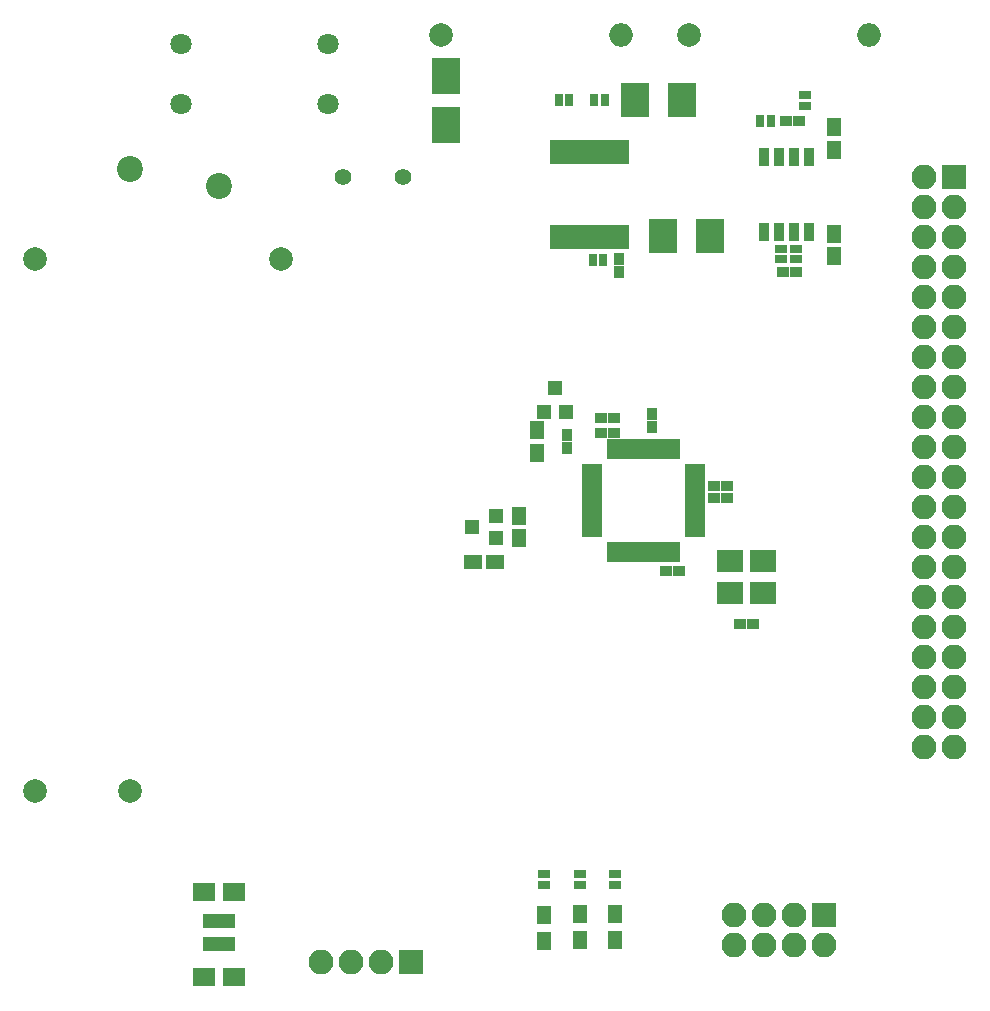
<source format=gbr>
G04 #@! TF.FileFunction,Soldermask,Top*
%FSLAX46Y46*%
G04 Gerber Fmt 4.6, Leading zero omitted, Abs format (unit mm)*
G04 Created by KiCad (PCBNEW 4.0.7) date Wed May 16 13:21:29 2018*
%MOMM*%
%LPD*%
G01*
G04 APERTURE LIST*
%ADD10C,0.100000*%
%ADD11C,2.200000*%
%ADD12R,2.200000X1.940000*%
%ADD13R,0.850000X2.150000*%
%ADD14R,1.150000X1.600000*%
%ADD15R,1.000000X0.900000*%
%ADD16R,2.400000X2.900000*%
%ADD17R,1.900000X1.650000*%
%ADD18R,0.900000X1.000000*%
%ADD19R,1.300000X1.600000*%
%ADD20R,2.430000X3.050000*%
%ADD21C,1.400000*%
%ADD22C,1.800000*%
%ADD23R,2.100000X2.100000*%
%ADD24O,2.100000X2.100000*%
%ADD25R,2.700000X1.250000*%
%ADD26R,1.000000X0.800000*%
%ADD27R,0.800000X1.000000*%
%ADD28R,0.908000X1.543000*%
%ADD29R,1.200000X1.300000*%
%ADD30R,1.700000X0.650000*%
%ADD31R,0.650000X1.700000*%
%ADD32C,2.000000*%
%ADD33O,2.000000X2.000000*%
%ADD34R,1.600000X1.150000*%
%ADD35R,1.300000X1.200000*%
G04 APERTURE END LIST*
D10*
D11*
X115750000Y-89250000D03*
X108250000Y-87850000D03*
D12*
X161820000Y-123730000D03*
X161820000Y-121050000D03*
X159020000Y-121050000D03*
X159020000Y-123730000D03*
D13*
X144155000Y-93610000D03*
X144805000Y-93610000D03*
X145455000Y-93610000D03*
X146105000Y-93610000D03*
X146755000Y-93610000D03*
X147405000Y-93610000D03*
X148055000Y-93610000D03*
X148705000Y-93610000D03*
X149355000Y-93610000D03*
X150005000Y-93610000D03*
X150005000Y-86410000D03*
X149355000Y-86410000D03*
X148705000Y-86410000D03*
X148055000Y-86410000D03*
X147405000Y-86410000D03*
X146755000Y-86410000D03*
X146105000Y-86410000D03*
X145455000Y-86410000D03*
X144805000Y-86410000D03*
X144155000Y-86410000D03*
D14*
X167830000Y-86210000D03*
X167830000Y-84310000D03*
D15*
X164880000Y-83760000D03*
X163780000Y-83760000D03*
D16*
X150954000Y-81944000D03*
X154954000Y-81944000D03*
D17*
X114500000Y-149000000D03*
X117000000Y-149000000D03*
D14*
X167830000Y-93310000D03*
X167830000Y-95210000D03*
D18*
X149580000Y-95460000D03*
X149580000Y-96560000D03*
D17*
X114500000Y-156250000D03*
X117000000Y-156250000D03*
D15*
X164630000Y-96510000D03*
X163530000Y-96510000D03*
D16*
X153330000Y-93510000D03*
X157330000Y-93510000D03*
D14*
X142670000Y-109940000D03*
X142670000Y-111840000D03*
D18*
X145170000Y-110340000D03*
X145170000Y-111440000D03*
D15*
X159870000Y-126390000D03*
X160970000Y-126390000D03*
X154720000Y-121890000D03*
X153620000Y-121890000D03*
D18*
X152420000Y-109690000D03*
X152420000Y-108590000D03*
D15*
X157620000Y-114640000D03*
X158720000Y-114640000D03*
X148120000Y-108890000D03*
X149220000Y-108890000D03*
X148120000Y-110140000D03*
X149220000Y-110140000D03*
X157620000Y-115640000D03*
X158720000Y-115640000D03*
D19*
X143300000Y-153200000D03*
X143300000Y-151000000D03*
X149300000Y-153100000D03*
X149300000Y-150900000D03*
X146300000Y-153100000D03*
X146300000Y-150900000D03*
D20*
X135000000Y-79910000D03*
X135000000Y-84090000D03*
D21*
X131290000Y-88500000D03*
X126210000Y-88500000D03*
D22*
X125000000Y-82290000D03*
X125000000Y-77210000D03*
X112500000Y-82290000D03*
X112500000Y-77210000D03*
D23*
X132000000Y-155000000D03*
D24*
X129460000Y-155000000D03*
X126920000Y-155000000D03*
X124380000Y-155000000D03*
D25*
X115750000Y-151525000D03*
X115750000Y-153475000D03*
D26*
X165330000Y-82460000D03*
X165330000Y-81560000D03*
D27*
X162450000Y-83750000D03*
X161550000Y-83750000D03*
X148404000Y-81944000D03*
X147504000Y-81944000D03*
X145404000Y-81944000D03*
X144504000Y-81944000D03*
X148280000Y-95510000D03*
X147380000Y-95510000D03*
D26*
X164580000Y-95460000D03*
X164580000Y-94560000D03*
X163330000Y-95460000D03*
X163330000Y-94560000D03*
X143300000Y-148450000D03*
X143300000Y-147550000D03*
X149300000Y-148450000D03*
X149300000Y-147550000D03*
X146300000Y-148450000D03*
X146300000Y-147550000D03*
D28*
X165735000Y-93185000D03*
X164465000Y-93185000D03*
X163195000Y-93185000D03*
X161925000Y-93185000D03*
X161925000Y-86835000D03*
X163195000Y-86835000D03*
X164465000Y-86835000D03*
X165735000Y-86835000D03*
D29*
X143220000Y-108390000D03*
X145120000Y-108390000D03*
X144170000Y-106390000D03*
D30*
X156020000Y-118640000D03*
X156020000Y-118140000D03*
X156020000Y-117640000D03*
X156020000Y-117140000D03*
X156020000Y-116640000D03*
X156020000Y-116140000D03*
X156020000Y-115640000D03*
X156020000Y-115140000D03*
X156020000Y-114640000D03*
X156020000Y-114140000D03*
X156020000Y-113640000D03*
X156020000Y-113140000D03*
D31*
X154420000Y-111540000D03*
X153920000Y-111540000D03*
X153420000Y-111540000D03*
X152920000Y-111540000D03*
X152420000Y-111540000D03*
X151920000Y-111540000D03*
X151420000Y-111540000D03*
X150920000Y-111540000D03*
X150420000Y-111540000D03*
X149920000Y-111540000D03*
X149420000Y-111540000D03*
X148920000Y-111540000D03*
D30*
X147320000Y-113140000D03*
X147320000Y-113640000D03*
X147320000Y-114140000D03*
X147320000Y-114640000D03*
X147320000Y-115140000D03*
X147320000Y-115640000D03*
X147320000Y-116140000D03*
X147320000Y-116640000D03*
X147320000Y-117140000D03*
X147320000Y-117640000D03*
X147320000Y-118140000D03*
X147320000Y-118640000D03*
D31*
X148920000Y-120240000D03*
X149420000Y-120240000D03*
X149920000Y-120240000D03*
X150420000Y-120240000D03*
X150920000Y-120240000D03*
X151420000Y-120240000D03*
X151920000Y-120240000D03*
X152420000Y-120240000D03*
X152920000Y-120240000D03*
X153420000Y-120240000D03*
X153920000Y-120240000D03*
X154420000Y-120240000D03*
D32*
X155500000Y-76500000D03*
D33*
X170740000Y-76500000D03*
D32*
X134500000Y-76500000D03*
D33*
X149740000Y-76500000D03*
D34*
X137220000Y-121140000D03*
X139120000Y-121140000D03*
D14*
X141170000Y-117190000D03*
X141170000Y-119090000D03*
D35*
X139170000Y-119090000D03*
X139170000Y-117190000D03*
X137170000Y-118140000D03*
D23*
X167000000Y-151000000D03*
D24*
X167000000Y-153540000D03*
X164460000Y-151000000D03*
X164460000Y-153540000D03*
X161920000Y-151000000D03*
X161920000Y-153540000D03*
X159380000Y-151000000D03*
X159380000Y-153540000D03*
D23*
X178000000Y-88500000D03*
D24*
X175460000Y-88500000D03*
X178000000Y-91040000D03*
X175460000Y-91040000D03*
X178000000Y-93580000D03*
X175460000Y-93580000D03*
X178000000Y-96120000D03*
X175460000Y-96120000D03*
X178000000Y-98660000D03*
X175460000Y-98660000D03*
X178000000Y-101200000D03*
X175460000Y-101200000D03*
X178000000Y-103740000D03*
X175460000Y-103740000D03*
X178000000Y-106280000D03*
X175460000Y-106280000D03*
X178000000Y-108820000D03*
X175460000Y-108820000D03*
X178000000Y-111360000D03*
X175460000Y-111360000D03*
X178000000Y-113900000D03*
X175460000Y-113900000D03*
X178000000Y-116440000D03*
X175460000Y-116440000D03*
X178000000Y-118980000D03*
X175460000Y-118980000D03*
X178000000Y-121520000D03*
X175460000Y-121520000D03*
X178000000Y-124060000D03*
X175460000Y-124060000D03*
X178000000Y-126600000D03*
X175460000Y-126600000D03*
X178000000Y-129140000D03*
X175460000Y-129140000D03*
X178000000Y-131680000D03*
X175460000Y-131680000D03*
X178000000Y-134220000D03*
X175460000Y-134220000D03*
X178000000Y-136760000D03*
X175460000Y-136760000D03*
D32*
X108200000Y-140450000D03*
X100200000Y-140450000D03*
X121000000Y-95450000D03*
X100200000Y-95450000D03*
M02*

</source>
